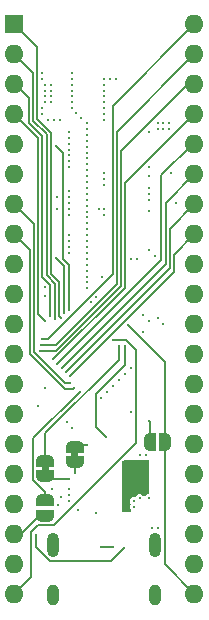
<source format=gbr>
%TF.GenerationSoftware,KiCad,Pcbnew,8.0.6*%
%TF.CreationDate,2024-11-16T14:28:32-06:00*%
%TF.ProjectId,ATesp32,41546573-7033-4322-9e6b-696361645f70,rev?*%
%TF.SameCoordinates,PX47868c0PY608f3d0*%
%TF.FileFunction,Copper,L4,Bot*%
%TF.FilePolarity,Positive*%
%FSLAX46Y46*%
G04 Gerber Fmt 4.6, Leading zero omitted, Abs format (unit mm)*
G04 Created by KiCad (PCBNEW 8.0.6) date 2024-11-16 14:28:32*
%MOMM*%
%LPD*%
G01*
G04 APERTURE LIST*
G04 Aperture macros list*
%AMFreePoly0*
4,1,19,0.500000,-0.750000,0.000000,-0.750000,0.000000,-0.744911,-0.071157,-0.744911,-0.207708,-0.704816,-0.327430,-0.627875,-0.420627,-0.520320,-0.479746,-0.390866,-0.500000,-0.250000,-0.500000,0.250000,-0.479746,0.390866,-0.420627,0.520320,-0.327430,0.627875,-0.207708,0.704816,-0.071157,0.744911,0.000000,0.744911,0.000000,0.750000,0.500000,0.750000,0.500000,-0.750000,0.500000,-0.750000,
$1*%
%AMFreePoly1*
4,1,19,0.000000,0.744911,0.071157,0.744911,0.207708,0.704816,0.327430,0.627875,0.420627,0.520320,0.479746,0.390866,0.500000,0.250000,0.500000,-0.250000,0.479746,-0.390866,0.420627,-0.520320,0.327430,-0.627875,0.207708,-0.704816,0.071157,-0.744911,0.000000,-0.744911,0.000000,-0.750000,-0.500000,-0.750000,-0.500000,0.750000,0.000000,0.750000,0.000000,0.744911,0.000000,0.744911,
$1*%
G04 Aperture macros list end*
%TA.AperFunction,EtchedComponent*%
%ADD10C,0.000000*%
%TD*%
%TA.AperFunction,ComponentPad*%
%ADD11R,1.600000X1.600000*%
%TD*%
%TA.AperFunction,ComponentPad*%
%ADD12O,1.600000X1.600000*%
%TD*%
%TA.AperFunction,ComponentPad*%
%ADD13O,1.000000X2.100000*%
%TD*%
%TA.AperFunction,ComponentPad*%
%ADD14O,1.000000X1.800000*%
%TD*%
%TA.AperFunction,SMDPad,CuDef*%
%ADD15FreePoly0,90.000000*%
%TD*%
%TA.AperFunction,SMDPad,CuDef*%
%ADD16FreePoly1,90.000000*%
%TD*%
%TA.AperFunction,SMDPad,CuDef*%
%ADD17FreePoly0,180.000000*%
%TD*%
%TA.AperFunction,SMDPad,CuDef*%
%ADD18FreePoly1,180.000000*%
%TD*%
%TA.AperFunction,ViaPad*%
%ADD19C,0.300000*%
%TD*%
%TA.AperFunction,Conductor*%
%ADD20C,0.150000*%
%TD*%
G04 APERTURE END LIST*
D10*
%TA.AperFunction,EtchedComponent*%
%TO.C,JP7*%
G36*
X4300000Y12000000D02*
G01*
X3700000Y12000000D01*
X3700000Y12500000D01*
X4300000Y12500000D01*
X4300000Y12000000D01*
G37*
%TD.AperFunction*%
%TA.AperFunction,EtchedComponent*%
%TO.C,JP8*%
G36*
X6800000Y13200000D02*
G01*
X6200000Y13200000D01*
X6200000Y13700000D01*
X6800000Y13700000D01*
X6800000Y13200000D01*
G37*
%TD.AperFunction*%
%TD*%
D11*
%TO.P,U2,1,PB0*%
%TO.N,PB0*%
X1380000Y49880000D03*
D12*
%TO.P,U2,2,PB1*%
%TO.N,PB1*%
X1380000Y47340000D03*
%TO.P,U2,3,PB2*%
%TO.N,PB2*%
X1380000Y44800000D03*
%TO.P,U2,4,PB3*%
%TO.N,PB3*%
X1380000Y42260000D03*
%TO.P,U2,5,PB4*%
%TO.N,PB4*%
X1380000Y39720000D03*
%TO.P,U2,6,PB5*%
%TO.N,PB5*%
X1380000Y37180000D03*
%TO.P,U2,7,PB6*%
%TO.N,PB6*%
X1380000Y34640000D03*
%TO.P,U2,8,PB7*%
%TO.N,PB7*%
X1380000Y32100000D03*
%TO.P,U2,9,~{RESET}*%
%TO.N,unconnected-(U2-~{RESET}-Pad9)*%
X1380000Y29560000D03*
%TO.P,U2,10,VCC*%
%TO.N,+5V*%
X1380000Y27020000D03*
%TO.P,U2,11,GND*%
%TO.N,GND*%
X1380000Y24480000D03*
%TO.P,U2,12,XTAL2*%
%TO.N,unconnected-(U2-XTAL2-Pad12)*%
X1380000Y21940000D03*
%TO.P,U2,13,XTAL1*%
%TO.N,unconnected-(U2-XTAL1-Pad13)*%
X1380000Y19400000D03*
%TO.P,U2,14,PD0*%
%TO.N,PD0*%
X1380000Y16860000D03*
%TO.P,U2,15,PD1*%
%TO.N,PD1*%
X1380000Y14320000D03*
%TO.P,U2,16,PD2*%
%TO.N,D_P*%
X1380000Y11780000D03*
%TO.P,U2,17,PD3*%
%TO.N,D_N*%
X1380000Y9240000D03*
%TO.P,U2,18,PD4*%
%TO.N,PD4*%
X1380000Y6700000D03*
%TO.P,U2,19,PD5*%
%TO.N,PD5*%
X1380000Y4160000D03*
%TO.P,U2,20,PD6*%
%TO.N,PD6*%
X1380000Y1620000D03*
%TO.P,U2,21,PD7*%
%TO.N,PD7*%
X16620000Y1620000D03*
%TO.P,U2,22,PC0*%
%TO.N,PC0*%
X16620000Y4160000D03*
%TO.P,U2,23,PC1*%
%TO.N,PC1*%
X16620000Y6700000D03*
%TO.P,U2,24,PC2*%
%TO.N,PC2*%
X16620000Y9240000D03*
%TO.P,U2,25,PC3*%
%TO.N,PC3*%
X16620000Y11780000D03*
%TO.P,U2,26,PC4*%
%TO.N,PC4*%
X16620000Y14320000D03*
%TO.P,U2,27,PC5*%
%TO.N,PC5*%
X16620000Y16860000D03*
%TO.P,U2,28,PC6*%
%TO.N,PC6*%
X16620000Y19400000D03*
%TO.P,U2,29,PC7*%
%TO.N,PC7*%
X16620000Y21940000D03*
%TO.P,U2,30,AVCC*%
%TO.N,+5V*%
X16620000Y24480000D03*
%TO.P,U2,31,GND*%
%TO.N,GND*%
X16620000Y27020000D03*
%TO.P,U2,32,AREF*%
%TO.N,unconnected-(U2-AREF-Pad32)*%
X16620000Y29560000D03*
%TO.P,U2,33,PA7*%
%TO.N,PA7*%
X16620000Y32100000D03*
%TO.P,U2,34,PA6*%
%TO.N,PA6*%
X16620000Y34640000D03*
%TO.P,U2,35,PA5*%
%TO.N,PA5*%
X16620000Y37180000D03*
%TO.P,U2,36,PA4*%
%TO.N,PA4*%
X16620000Y39720000D03*
%TO.P,U2,37,PA3*%
%TO.N,PA3*%
X16620000Y42260000D03*
%TO.P,U2,38,PA2*%
%TO.N,PA2*%
X16620000Y44800000D03*
%TO.P,U2,39,PA1*%
%TO.N,PA1*%
X16620000Y47340000D03*
%TO.P,U2,40,PA0*%
%TO.N,PA0*%
X16620000Y49880000D03*
%TD*%
D13*
%TO.P,J1,S1,SHIELD*%
%TO.N,GND*%
X4680000Y5770000D03*
D14*
X4680000Y1570000D03*
D13*
X13320000Y5770000D03*
D14*
X13320000Y1570000D03*
%TD*%
D15*
%TO.P,JP4,1,A*%
%TO.N,PD4*%
X4000000Y8250000D03*
D16*
%TO.P,JP4,2,B*%
%TO.N,Net-(JP4-B)*%
X4000000Y9550000D03*
%TD*%
D17*
%TO.P,JP6,1,A*%
%TO.N,PD7*%
X14150000Y14450000D03*
D18*
%TO.P,JP6,2,B*%
%TO.N,Net-(JP6-B)*%
X12850000Y14450000D03*
%TD*%
D15*
%TO.P,JP7,1,A*%
%TO.N,Net-(JP7-A)*%
X4000000Y11600000D03*
D16*
%TO.P,JP7,2,B*%
%TO.N,UART_RX*%
X4000000Y12900000D03*
%TD*%
D15*
%TO.P,JP8,1,A*%
%TO.N,Net-(JP8-A)*%
X6500000Y12800000D03*
D16*
%TO.P,JP8,2,B*%
%TO.N,UART_TX*%
X6500000Y14100000D03*
%TD*%
D19*
%TO.N,GND*%
X5000000Y34250000D03*
X4250000Y41750000D03*
X6250000Y45250000D03*
X4500000Y43750000D03*
X9000000Y44250000D03*
X9000000Y45250000D03*
X4000000Y44750000D03*
X4500000Y43250000D03*
X4000000Y43750000D03*
X6000000Y38750000D03*
X12800000Y34050000D03*
X6000000Y40250000D03*
X6250000Y44750000D03*
X9750000Y19250000D03*
X13500000Y41000000D03*
X12800000Y40750000D03*
X7500000Y31500000D03*
X13250000Y30250000D03*
X4000000Y43250000D03*
X14500000Y41500000D03*
X6000000Y33750000D03*
X7500000Y35500000D03*
X6000000Y32000000D03*
X9250000Y18750000D03*
X7500000Y31000000D03*
X6000000Y39750000D03*
X3400000Y17550000D03*
X9000000Y42750000D03*
X12500000Y13400000D03*
X9000000Y43250000D03*
X11250000Y17000000D03*
X7000000Y41950000D03*
X3750000Y42750000D03*
X6000000Y34250000D03*
X6000000Y38250000D03*
X12750000Y30750000D03*
X7500000Y33500000D03*
X7500000Y28500000D03*
X9500000Y45250000D03*
X4500000Y44250000D03*
X8750000Y18250000D03*
X7500000Y40000000D03*
X6600000Y42350000D03*
X6250000Y44250000D03*
X7500000Y36000000D03*
X7500000Y29500000D03*
X6000000Y30500000D03*
X6000000Y34750000D03*
X14500000Y41000000D03*
X4750000Y41750000D03*
X7500000Y39500000D03*
X15100000Y34750000D03*
X7500000Y34000000D03*
X9000000Y41750000D03*
X6000000Y35250000D03*
X7500000Y37000000D03*
X5105000Y9181823D03*
X13500000Y25000000D03*
X10250000Y19750000D03*
X7500000Y37500000D03*
X3750000Y45750000D03*
X6000000Y37750000D03*
X6250000Y45750000D03*
X9000000Y44750000D03*
X13500000Y7250000D03*
X10750000Y20250000D03*
X9000000Y42250000D03*
X6250000Y42750000D03*
X11750000Y30000000D03*
X6000000Y39250000D03*
X13000000Y7250000D03*
X13500000Y41500000D03*
X6740000Y8740000D03*
X8798959Y28451042D03*
X12750000Y24750000D03*
X6000000Y31000000D03*
X11250000Y20750000D03*
X7500000Y29000000D03*
X14000000Y41500000D03*
X7500000Y41500000D03*
X4500000Y44750000D03*
X5250000Y41750000D03*
X7500000Y38500000D03*
X6250000Y43250000D03*
X12000000Y13400000D03*
X3750000Y45250000D03*
X14000000Y24500000D03*
X7500000Y35000000D03*
X11250000Y30000000D03*
X3750000Y42250000D03*
X14000000Y41000000D03*
X8259699Y8508193D03*
X7500000Y41000000D03*
X7500000Y32500000D03*
X6000000Y35750000D03*
X6000000Y40750000D03*
X7500000Y28000000D03*
X7500000Y30000000D03*
X7500000Y27500000D03*
X7500000Y34500000D03*
X4000000Y44250000D03*
X6000000Y31500000D03*
X7500000Y32000000D03*
X7500000Y38000000D03*
X7500000Y36500000D03*
X10000000Y45250000D03*
X6250000Y43750000D03*
X7500000Y33000000D03*
X4000000Y26850000D03*
X7500000Y39000000D03*
X7500000Y40500000D03*
X12250000Y25250000D03*
X7500000Y30500000D03*
X9000000Y43750000D03*
%TO.N,+3V3*%
X4000000Y27600000D03*
X12750000Y36000000D03*
X12750000Y35500000D03*
X5000000Y35250000D03*
X7900000Y26350000D03*
X8300000Y26750000D03*
X12750000Y35000000D03*
X4000000Y19050000D03*
X12275521Y23775521D03*
%TO.N,+5V*%
X9000000Y34250000D03*
X12750000Y37750000D03*
X11500000Y9000000D03*
X9000000Y36250000D03*
X11500000Y9500000D03*
X6000000Y9500000D03*
X6000000Y10500000D03*
X12750000Y9750000D03*
X12000000Y9750000D03*
X4550000Y10550000D03*
X9000000Y36750000D03*
X9000000Y33750000D03*
X5350000Y9800000D03*
X6000000Y10000000D03*
X9000000Y37250000D03*
X12750000Y37000000D03*
X14600000Y37250000D03*
X8500000Y34250000D03*
%TO.N,Net-(U1-CHIP_PU)*%
X4875000Y39575000D03*
X6002164Y25654247D03*
%TO.N,Net-(U5-VDD)*%
X12500000Y12750000D03*
X10800000Y8750000D03*
X11900000Y12750000D03*
X10800000Y9250000D03*
%TO.N,Net-(J1-CC2)*%
X10618644Y5476695D03*
X3225000Y6649479D03*
%TO.N,D+*%
X8750000Y5600000D03*
X9750000Y5600000D03*
%TO.N,Net-(JP4-B)*%
X6916960Y18740509D03*
X4875000Y30062500D03*
X5576046Y25392666D03*
%TO.N,Net-(JP6-B)*%
X12800000Y16250000D03*
%TO.N,PD7*%
X11036315Y24413685D03*
%TO.N,UART_RX*%
X10197783Y22625768D03*
%TO.N,Net-(JP7-A)*%
X6000000Y11350000D03*
%TO.N,UART_TX*%
X7500000Y14250000D03*
%TO.N,Net-(JP8-A)*%
X6500000Y11850000D03*
%TO.N,Net-(U1-U0TXD)*%
X10750000Y22600000D03*
X9100000Y14950000D03*
%TO.N,PA2*%
X3568844Y22218844D03*
%TO.N,PB2*%
X4375000Y25150000D03*
%TO.N,PA5*%
X5379667Y20771374D03*
%TO.N,PA1*%
X3600156Y22717863D03*
%TO.N,PD6*%
X9729961Y23107331D03*
%TO.N,PA4*%
X5026112Y21124930D03*
%TO.N,PB1*%
X4800000Y24879970D03*
%TO.N,PA6*%
X5745769Y20430828D03*
%TO.N,PB6*%
X6100000Y19450000D03*
%TO.N,PA7*%
X6086315Y20064726D03*
%TO.N,PB0*%
X5314464Y24966547D03*
%TO.N,D_N*%
X6275000Y15681833D03*
%TO.N,D_P*%
X5825000Y16150000D03*
%TO.N,PA0*%
X3684530Y23234530D03*
%TO.N,PB3*%
X3950000Y24736827D03*
%TO.N,PA3*%
X4672557Y21478485D03*
%TO.N,PB7*%
X6456528Y19069907D03*
%TD*%
D20*
%TO.N,Net-(U1-CHIP_PU)*%
X6002164Y25654247D02*
X6000000Y25656411D01*
X6000000Y29500000D02*
X5500000Y30000000D01*
X6000000Y25656411D02*
X6000000Y29500000D01*
X5500000Y38950000D02*
X4875000Y39575000D01*
X5500000Y30000000D02*
X5500000Y38950000D01*
%TO.N,Net-(J1-CC2)*%
X3225000Y5578984D02*
X4358984Y4445000D01*
X4358984Y4445000D02*
X9586949Y4445000D01*
X3225000Y6649479D02*
X3225000Y5578984D01*
X9586949Y4445000D02*
X10618644Y5476695D01*
%TO.N,D+*%
X8750000Y5600000D02*
X9750000Y5600000D01*
%TO.N,PD4*%
X1950000Y6700000D02*
X3500000Y8250000D01*
%TO.N,Net-(JP4-B)*%
X6916960Y18740509D02*
X2970000Y14793549D01*
X2970000Y14793549D02*
X2970000Y11271477D01*
X5575000Y29362500D02*
X4875000Y30062500D01*
X5576046Y25392666D02*
X5575000Y25393712D01*
X5575000Y25393712D02*
X5575000Y29362500D01*
X4000000Y10241477D02*
X4000000Y9550000D01*
X2970000Y11271477D02*
X4000000Y10241477D01*
%TO.N,Net-(JP6-B)*%
X12850000Y14450000D02*
X12850000Y16200000D01*
X12850000Y16200000D02*
X12800000Y16250000D01*
%TO.N,PD7*%
X14150000Y21300000D02*
X14150000Y14450000D01*
X11036315Y24413685D02*
X14150000Y21300000D01*
X14095000Y4145000D02*
X14095000Y13855000D01*
X16620000Y1620000D02*
X14095000Y4145000D01*
%TO.N,UART_RX*%
X10197783Y22625768D02*
X10197783Y21420291D01*
X10197783Y21420291D02*
X4000000Y15222508D01*
X4000000Y15222508D02*
X4000000Y12900000D01*
%TO.N,Net-(JP7-A)*%
X6000000Y11350000D02*
X4250000Y11350000D01*
%TO.N,UART_TX*%
X7500000Y14250000D02*
X6650000Y14250000D01*
%TO.N,Net-(JP8-A)*%
X6500000Y12800000D02*
X6500000Y11850000D01*
%TO.N,Net-(U1-U0TXD)*%
X8250000Y15800000D02*
X9100000Y14950000D01*
X8250000Y18550000D02*
X8250000Y15800000D01*
X10750000Y22600000D02*
X10750000Y21050000D01*
X10750000Y21050000D02*
X8250000Y18550000D01*
%TO.N,PA2*%
X3568844Y22218844D02*
X4917942Y22218844D01*
X10400000Y39163173D02*
X16036827Y44800000D01*
X10400000Y27700902D02*
X10400000Y39163173D01*
X4917942Y22218844D02*
X10400000Y27700902D01*
%TO.N,PB2*%
X4375000Y25150000D02*
X4425000Y25200000D01*
X2600000Y43613173D02*
X1413173Y44800000D01*
X4425000Y27776041D02*
X3750000Y28451041D01*
X2600000Y41534975D02*
X2600000Y43613173D01*
X3750000Y28451041D02*
X3750000Y40384975D01*
X4425000Y25200000D02*
X4425000Y27776041D01*
X3750000Y40384975D02*
X2600000Y41534975D01*
%TO.N,PA5*%
X5379667Y20771374D02*
X14175000Y29566707D01*
X14175000Y34735000D02*
X16620000Y37180000D01*
X14175000Y29566707D02*
X14175000Y34735000D01*
%TO.N,PA1*%
X10050000Y27845876D02*
X10050000Y40770000D01*
X10050000Y40770000D02*
X16620000Y47340000D01*
X3600156Y22717863D02*
X4921987Y22717863D01*
X4921987Y22717863D02*
X10050000Y27845876D01*
%TO.N,PD6*%
X10843710Y23107331D02*
X11675000Y22276041D01*
X3414909Y7464909D02*
X2800000Y6850000D01*
X4728893Y7464909D02*
X3414909Y7464909D01*
X9729961Y23107331D02*
X10843710Y23107331D01*
X2800000Y6850000D02*
X2800000Y3040000D01*
X11675000Y14416477D02*
X7099903Y9841380D01*
X7105364Y9841380D02*
X4728893Y7464909D01*
X2800000Y3040000D02*
X1380000Y1620000D01*
X7099903Y9841380D02*
X7105364Y9841380D01*
X11675000Y22276041D02*
X11675000Y14416477D01*
%TO.N,PA4*%
X16468959Y39720000D02*
X13825000Y37076041D01*
X13825000Y29923818D02*
X5026112Y21124930D01*
X13825000Y37076041D02*
X13825000Y29923818D01*
%TO.N,PB1*%
X4100000Y28596015D02*
X4100000Y40529950D01*
X2950000Y45770000D02*
X1380000Y47340000D01*
X4100000Y40529950D02*
X2950000Y41679950D01*
X2950000Y41679950D02*
X2950000Y45770000D01*
X4800000Y27896015D02*
X4100000Y28596015D01*
X4800000Y24879970D02*
X4800000Y27896015D01*
%TO.N,PA6*%
X14525000Y29210059D02*
X14525000Y32545000D01*
X5745769Y20430828D02*
X14525000Y29210059D01*
X14525000Y32545000D02*
X16620000Y34640000D01*
%TO.N,PB6*%
X6100000Y19450000D02*
X5697487Y19450000D01*
X3050000Y32970000D02*
X1380000Y34640000D01*
X3050000Y22097487D02*
X3050000Y32970000D01*
X5697487Y19450000D02*
X3050000Y22097487D01*
%TO.N,PA7*%
X14875000Y28853411D02*
X14875000Y30355000D01*
X6086315Y20064726D02*
X14875000Y28853411D01*
X14875000Y30355000D02*
X16620000Y32100000D01*
%TO.N,PB0*%
X3300000Y41824925D02*
X3300000Y47960000D01*
X5314464Y24966547D02*
X5150000Y25131011D01*
X5150000Y28040990D02*
X4450000Y28740990D01*
X4450000Y40674925D02*
X3300000Y41824925D01*
X3300000Y47960000D02*
X1380000Y49880000D01*
X4450000Y28740990D02*
X4450000Y40674925D01*
X5150000Y25131011D02*
X5150000Y28040990D01*
%TO.N,PA0*%
X4183489Y23234530D02*
X3684530Y23234530D01*
X9700000Y42960000D02*
X9700000Y28751041D01*
X9700000Y28751041D02*
X4183489Y23234530D01*
X16620000Y49880000D02*
X9700000Y42960000D01*
%TO.N,PB3*%
X3950000Y24736827D02*
X3400000Y25286827D01*
X3400000Y25286827D02*
X3400000Y40240000D01*
X3400000Y40240000D02*
X1380000Y42260000D01*
%TO.N,PA3*%
X10750000Y27555928D02*
X10750000Y36390000D01*
X4672557Y21478485D02*
X10750000Y27555928D01*
X10750000Y36390000D02*
X16620000Y42260000D01*
%TO.N,PB7*%
X5702513Y18950000D02*
X6336621Y18950000D01*
X2700000Y30780000D02*
X2700000Y21952513D01*
X6336621Y18950000D02*
X6456528Y19069907D01*
X2700000Y21952513D02*
X5702513Y18950000D01*
X1380000Y32100000D02*
X2700000Y30780000D01*
%TD*%
%TA.AperFunction,Conductor*%
%TO.N,Net-(U5-VDD)*%
G36*
X12743039Y12930315D02*
G01*
X12788794Y12877511D01*
X12800000Y12826000D01*
X12800000Y10218695D01*
X12780315Y10151656D01*
X12727511Y10105901D01*
X12695399Y10096222D01*
X12640341Y10087502D01*
X12541414Y10037096D01*
X12541407Y10037091D01*
X12462681Y9958364D01*
X12401358Y9924879D01*
X12331666Y9929863D01*
X12287319Y9958364D01*
X12208592Y10037091D01*
X12208588Y10037094D01*
X12208587Y10037095D01*
X12204743Y10039054D01*
X12109658Y10087502D01*
X12000002Y10104869D01*
X11999998Y10104869D01*
X11890341Y10087502D01*
X11791414Y10037096D01*
X11791407Y10037091D01*
X11712909Y9958593D01*
X11712904Y9958586D01*
X11689005Y9911682D01*
X11641030Y9860886D01*
X11573209Y9844092D01*
X11559123Y9845505D01*
X11500002Y9854869D01*
X11499998Y9854869D01*
X11390341Y9837502D01*
X11291414Y9787096D01*
X11291407Y9787091D01*
X11212909Y9708593D01*
X11212904Y9708586D01*
X11162498Y9609659D01*
X11145131Y9500003D01*
X11145131Y9499998D01*
X11162498Y9390342D01*
X11205323Y9306294D01*
X11218219Y9237625D01*
X11205323Y9193706D01*
X11162498Y9109659D01*
X11145131Y9000003D01*
X11145131Y8999998D01*
X11162498Y8890342D01*
X11212904Y8791415D01*
X11212909Y8791408D01*
X11242636Y8761681D01*
X11276121Y8700358D01*
X11271137Y8630666D01*
X11229265Y8574733D01*
X11163801Y8550316D01*
X11154955Y8550000D01*
X10624000Y8550000D01*
X10556961Y8569685D01*
X10511206Y8622489D01*
X10500000Y8674000D01*
X10500000Y12800499D01*
X10519685Y12867538D01*
X10536317Y12888179D01*
X10561822Y12913683D01*
X10623146Y12947167D01*
X10649502Y12950000D01*
X12676000Y12950000D01*
X12743039Y12930315D01*
G37*
%TD.AperFunction*%
%TD*%
M02*

</source>
